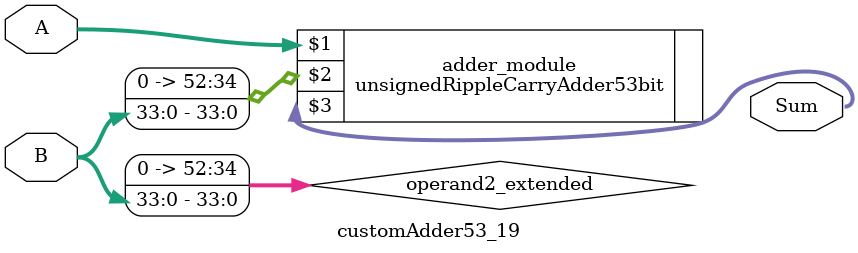
<source format=v>
module customAdder53_19(
                        input [52 : 0] A,
                        input [33 : 0] B,
                        
                        output [53 : 0] Sum
                );

        wire [52 : 0] operand2_extended;
        
        assign operand2_extended =  {19'b0, B};
        
        unsignedRippleCarryAdder53bit adder_module(
            A,
            operand2_extended,
            Sum
        );
        
        endmodule
        
</source>
